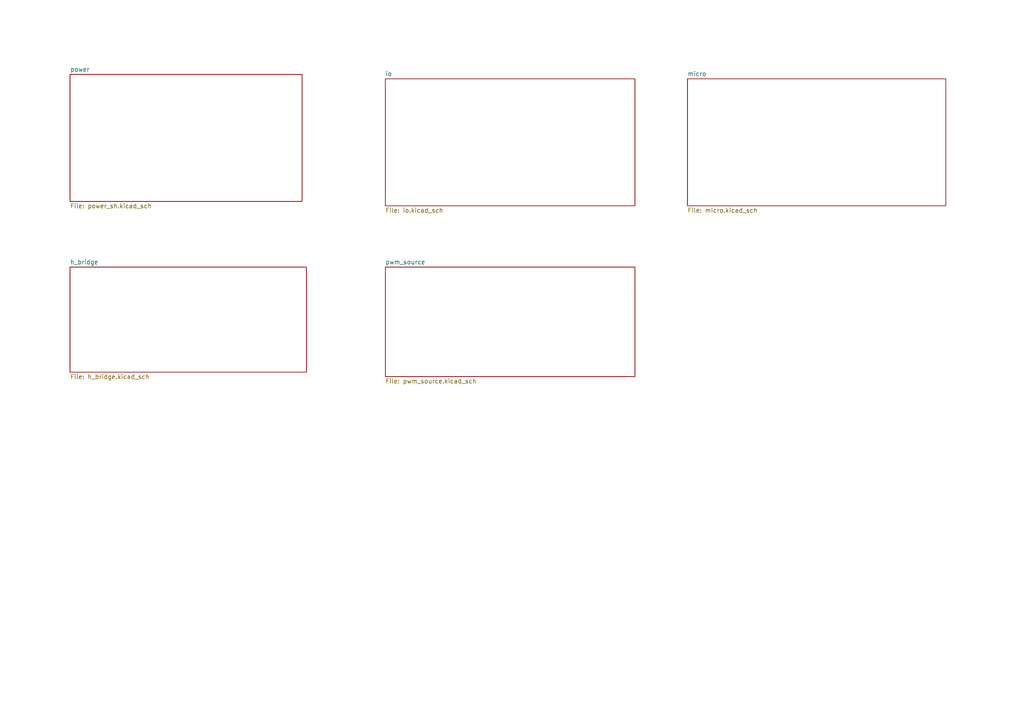
<source format=kicad_sch>
(kicad_sch
	(version 20250114)
	(generator "eeschema")
	(generator_version "9.0")
	(uuid "4e267608-d3e9-4ae4-92d6-1e687cc2c969")
	(paper "A4")
	(lib_symbols)
	(sheet
		(at 20.32 21.59)
		(size 67.31 36.83)
		(exclude_from_sim no)
		(in_bom yes)
		(on_board yes)
		(dnp no)
		(fields_autoplaced yes)
		(stroke
			(width 0.1524)
			(type solid)
		)
		(fill
			(color 0 0 0 0.0000)
		)
		(uuid "379d12ce-71de-4eea-8ed9-a3b882af70a6")
		(property "Sheetname" "power"
			(at 20.32 20.8784 0)
			(effects
				(font
					(size 1.27 1.27)
				)
				(justify left bottom)
			)
		)
		(property "Sheetfile" "power_sh.kicad_sch"
			(at 20.32 59.0046 0)
			(effects
				(font
					(size 1.27 1.27)
				)
				(justify left top)
			)
		)
		(instances
			(project "DC_MOTOR_CONTROLLER"
				(path "/4e267608-d3e9-4ae4-92d6-1e687cc2c969"
					(page "2")
				)
			)
		)
	)
	(sheet
		(at 20.32 77.47)
		(size 68.58 30.48)
		(exclude_from_sim no)
		(in_bom yes)
		(on_board yes)
		(dnp no)
		(fields_autoplaced yes)
		(stroke
			(width 0.1524)
			(type solid)
		)
		(fill
			(color 0 0 0 0.0000)
		)
		(uuid "54fa1aa8-a682-4b76-801e-5824b9cbbd17")
		(property "Sheetname" "h_bridge"
			(at 20.32 76.7584 0)
			(effects
				(font
					(size 1.27 1.27)
				)
				(justify left bottom)
			)
		)
		(property "Sheetfile" "h_bridge.kicad_sch"
			(at 20.32 108.5346 0)
			(effects
				(font
					(size 1.27 1.27)
				)
				(justify left top)
			)
		)
		(instances
			(project "DC_MOTOR_CONTROLLER"
				(path "/4e267608-d3e9-4ae4-92d6-1e687cc2c969"
					(page "5")
				)
			)
		)
	)
	(sheet
		(at 111.76 22.86)
		(size 72.39 36.83)
		(exclude_from_sim no)
		(in_bom yes)
		(on_board yes)
		(dnp no)
		(fields_autoplaced yes)
		(stroke
			(width 0.1524)
			(type solid)
		)
		(fill
			(color 0 0 0 0.0000)
		)
		(uuid "818b61c9-cdb7-42ed-8a55-79736ba5dd65")
		(property "Sheetname" "io"
			(at 111.76 22.1484 0)
			(effects
				(font
					(size 1.27 1.27)
				)
				(justify left bottom)
			)
		)
		(property "Sheetfile" "io.kicad_sch"
			(at 111.76 60.2746 0)
			(effects
				(font
					(size 1.27 1.27)
				)
				(justify left top)
			)
		)
		(instances
			(project "DC_MOTOR_CONTROLLER"
				(path "/4e267608-d3e9-4ae4-92d6-1e687cc2c969"
					(page "3")
				)
			)
		)
	)
	(sheet
		(at 199.39 22.86)
		(size 74.93 36.83)
		(exclude_from_sim no)
		(in_bom yes)
		(on_board yes)
		(dnp no)
		(fields_autoplaced yes)
		(stroke
			(width 0.1524)
			(type solid)
		)
		(fill
			(color 0 0 0 0.0000)
		)
		(uuid "d41814e3-b384-45d2-b979-f4a0598b2a06")
		(property "Sheetname" "micro"
			(at 199.39 22.1484 0)
			(effects
				(font
					(size 1.27 1.27)
				)
				(justify left bottom)
			)
		)
		(property "Sheetfile" "micro.kicad_sch"
			(at 199.39 60.2746 0)
			(effects
				(font
					(size 1.27 1.27)
				)
				(justify left top)
			)
		)
		(instances
			(project "DC_MOTOR_CONTROLLER"
				(path "/4e267608-d3e9-4ae4-92d6-1e687cc2c969"
					(page "4")
				)
			)
		)
	)
	(sheet
		(at 111.76 77.47)
		(size 72.39 31.75)
		(exclude_from_sim no)
		(in_bom yes)
		(on_board yes)
		(dnp no)
		(fields_autoplaced yes)
		(stroke
			(width 0.1524)
			(type solid)
		)
		(fill
			(color 0 0 0 0.0000)
		)
		(uuid "e6072f04-ceb1-44be-952c-b7ab59fe800e")
		(property "Sheetname" "pwm_source"
			(at 111.76 76.7584 0)
			(effects
				(font
					(size 1.27 1.27)
				)
				(justify left bottom)
			)
		)
		(property "Sheetfile" "pwm_source.kicad_sch"
			(at 111.76 109.8046 0)
			(effects
				(font
					(size 1.27 1.27)
				)
				(justify left top)
			)
		)
		(instances
			(project "DC_MOTOR_CONTROLLER"
				(path "/4e267608-d3e9-4ae4-92d6-1e687cc2c969"
					(page "6")
				)
			)
		)
	)
	(sheet_instances
		(path "/"
			(page "1")
		)
	)
	(embedded_fonts no)
)

</source>
